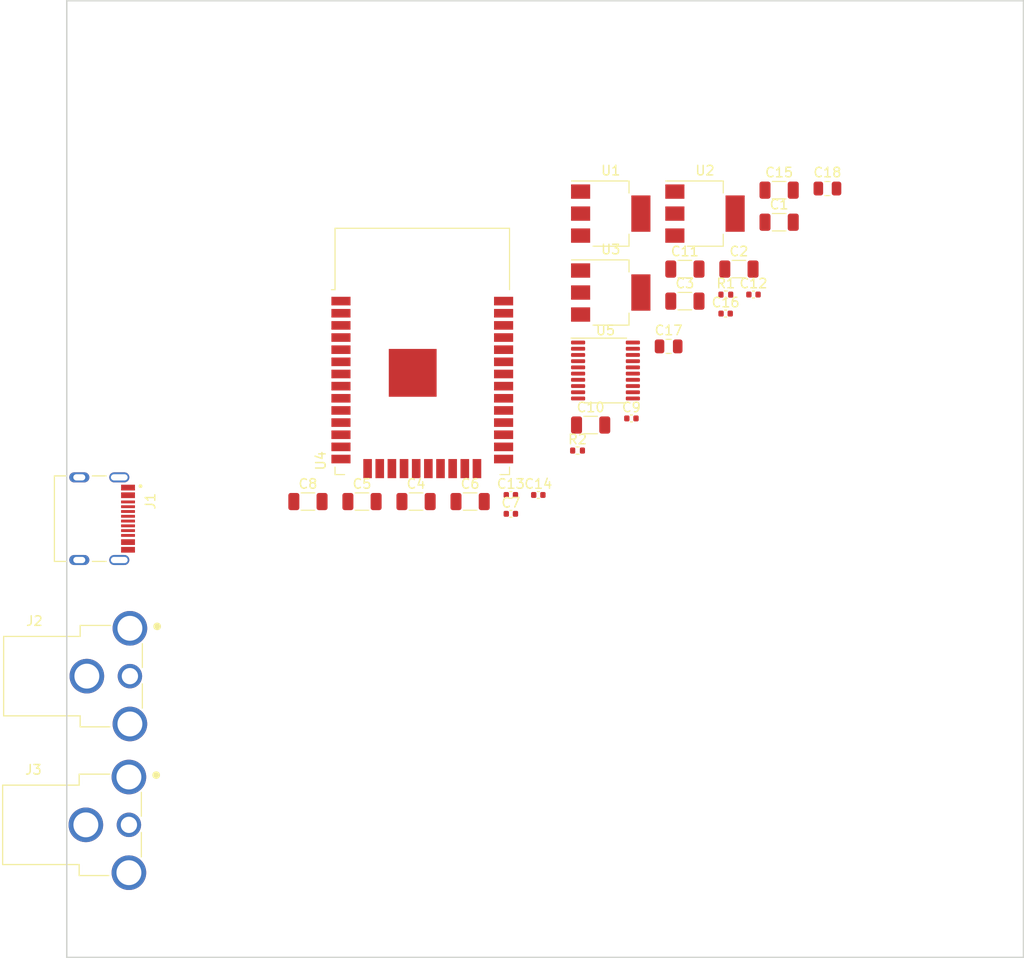
<source format=kicad_pcb>
(kicad_pcb (version 20211014) (generator pcbnew)
  (layers (0 "F.Cu" signal) (31 "B.Cu" signal) (34 "B.Paste" user) (35 "F.Paste" user) (36 "B.SilkS" user "B.Silkscreen") (37 "F.SilkS" user "F.Silkscreen") (38 "B.Mask" user) (39 "F.Mask" user) (44 "Edge.Cuts" user))
  (net 0 "")
  (net 1 "+5V")
  (net 2 "GND")
  (net 3 "+3V3")
  (net 4 "+3.3VA")
  (net 5 "+3.3VP")
  (net 6 "GNDA")
  (net 7 "Net-(C13-Pad2)")
  (net 8 "Net-(C14-Pad2)")
  (net 9 "Net-(C15-Pad1)")
  (net 10 "Net-(C17-Pad2)")
  (net 11 "Net-(C18-Pad2)")
  (net 12 "OUT_L")
  (net 13 "OUT_R")
  (net 14 "Net-(U4-Pad1)")
  (net 51 "BCK")
  (net 52 "DATA")
  (net 53 "WS")
  (net 54 "SOFT_MUTE")
  (net 55 "Net-(J1-PadA1B12)")
  (net 56 "Net-(J1-PadA4B9)")
  (net 65 "Net-(J1-PadS1)")
  (footprint "Resistor_SMD:R_0402_1005Metric" (layer "F.Cu") (at 103.39 97.022)
    (fp_text reference "R2" (at 0 -1.17) (layer "F.SilkS"))
    (fp_text value "470")
    (fp_line (start -0.153641 -0.38) (end 0.153641 -0.38) (layer "F.SilkS") (width 0.12))
    (fp_line (start -0.153641 0.38) (end 0.153641 0.38) (layer "F.SilkS") (width 0.12))
    (pad "1" smd roundrect (at -0.51 0) (size 0.54 0.64) (layers "F.Cu" "F.Paste" "F.Mask") (net 11 "Net-(C18-Pad2)"))
    (pad "2" smd roundrect (at 0.51 0) (size 0.54 0.64) (layers "F.Cu" "F.Paste" "F.Mask") (net 13 "OUT_R"))
  )
  (footprint "Capacitor_SMD:C_1206_3216Metric" (layer "F.Cu") (at 124.46 69.802)
    (fp_text reference "C15" (at 0 -1.85) (layer "F.SilkS"))
    (fp_text value "10u")
    (fp_line (start -0.711252 -0.91) (end 0.711252 -0.91) (layer "F.SilkS") (width 0.12))
    (fp_line (start -0.711252 0.91) (end 0.711252 0.91) (layer "F.SilkS") (width 0.12))
    (pad "1" smd roundrect (at -1.475 0) (size 1.15 1.8) (layers "F.Cu" "F.Paste" "F.Mask") (roundrect_rratio 0.217391) (net 9 "Net-(C15-Pad1)"))
    (pad "2" smd roundrect (at 1.475 0) (size 1.15 1.8) (layers "F.Cu" "F.Paste" "F.Mask") (roundrect_rratio 0.217391) (net 2 "GND"))
  )
  (footprint "Capacitor_SMD:C_0805_2012Metric" (layer "F.Cu") (at 129.51 69.632)
    (fp_text reference "C18" (at 0 -1.68) (layer "F.SilkS"))
    (fp_text value "2.2n")
    (fp_line (start -0.261252 -0.735) (end 0.261252 -0.735) (layer "F.SilkS") (width 0.12))
    (fp_line (start -0.261252 0.735) (end 0.261252 0.735) (layer "F.SilkS") (width 0.12))
    (pad "1" smd roundrect (at -0.95 0) (size 1 1.45) (layers "F.Cu" "F.Paste" "F.Mask") (net 6 "GNDA"))
    (pad "2" smd roundrect (at 0.95 0) (size 1 1.45) (layers "F.Cu" "F.Paste" "F.Mask") (net 11 "Net-(C18-Pad2)"))
  )
  (footprint "Capacitor_SMD:C_1206_3216Metric" (layer "F.Cu") (at 114.61 78.052)
    (fp_text reference "C11" (at 0 -1.85) (layer "F.SilkS"))
    (fp_text value "10u")
    (fp_line (start -0.711252 0.91) (end 0.711252 0.91) (layer "F.SilkS") (width 0.12))
    (fp_line (start -0.711252 -0.91) (end 0.711252 -0.91) (layer "F.SilkS") (width 0.12))
    (pad "1" smd roundrect (at -1.475 0) (size 1.15 1.8) (layers "F.Cu" "F.Paste" "F.Mask") (roundrect_rratio 0.217391) (net 4 "+3.3VA"))
    (pad "2" smd roundrect (at 1.475 0) (size 1.15 1.8) (layers "F.Cu" "F.Paste" "F.Mask") (roundrect_rratio 0.217391) (net 6 "GNDA"))
  )
  (footprint "Capacitor_SMD:C_0402_1005Metric" (layer "F.Cu") (at 121.78 80.712)
    (fp_text reference "C12" (at 0 -1.16) (layer "F.SilkS"))
    (fp_text value "100n")
    (fp_line (start -0.107836 0.36) (end 0.107836 0.36) (layer "F.SilkS") (width 0.12))
    (fp_line (start -0.107836 -0.36) (end 0.107836 -0.36) (layer "F.SilkS") (width 0.12))
    (pad "1" smd roundrect (at -0.48 0) (size 0.56 0.62) (layers "F.Cu" "F.Paste" "F.Mask") (net 6 "GNDA"))
    (pad "2" smd roundrect (at 0.48 0) (size 0.56 0.62) (layers "F.Cu" "F.Paste" "F.Mask") (net 4 "+3.3VA"))
  )
  (footprint "Capacitor_SMD:C_1206_3216Metric" (layer "F.Cu") (at 92.16 102.352)
    (fp_text reference "C6" (at 0 -1.85) (layer "F.SilkS"))
    (fp_text value "10u")
    (fp_line (start -0.711252 -0.91) (end 0.711252 -0.91) (layer "F.SilkS") (width 0.12))
    (fp_line (start -0.711252 0.91) (end 0.711252 0.91) (layer "F.SilkS") (width 0.12))
    (pad "1" smd roundrect (at -1.475 0) (size 1.15 1.8) (layers "F.Cu" "F.Paste" "F.Mask") (roundrect_rratio 0.217391) (net 5 "+3.3VP"))
    (pad "2" smd roundrect (at 1.475 0) (size 1.15 1.8) (layers "F.Cu" "F.Paste" "F.Mask") (roundrect_rratio 0.217391) (net 2 "GND"))
  )
  (footprint "Capacitor_SMD:C_1206_3216Metric" (layer "F.Cu") (at 114.61 81.402)
    (fp_text reference "C3" (at 0 -1.85) (layer "F.SilkS"))
    (fp_text value "10u")
    (fp_line (start -0.711252 -0.91) (end 0.711252 -0.91) (layer "F.SilkS") (width 0.12))
    (fp_line (start -0.711252 0.91) (end 0.711252 0.91) (layer "F.SilkS") (width 0.12))
    (pad "1" smd roundrect (at -1.475 0) (size 1.15 1.8) (layers "F.Cu" "F.Paste" "F.Mask") (roundrect_rratio 0.217391) (net 1 "+5V"))
    (pad "2" smd roundrect (at 1.475 0) (size 1.15 1.8) (layers "F.Cu" "F.Paste" "F.Mask") (roundrect_rratio 0.217391) (net 2 "GND"))
  )
  (footprint "Capacitor_SMD:C_0805_2012Metric" (layer "F.Cu") (at 112.91 86.132)
    (fp_text reference "C17" (at 0 -1.68) (layer "F.SilkS"))
    (fp_text value "2.2n")
    (fp_line (start -0.261252 -0.735) (end 0.261252 -0.735) (layer "F.SilkS") (width 0.12))
    (fp_line (start -0.261252 0.735) (end 0.261252 0.735) (layer "F.SilkS") (width 0.12))
    (pad "1" smd roundrect (at -0.95 0) (size 1 1.45) (layers "F.Cu" "F.Paste" "F.Mask") (net 6 "GNDA"))
    (pad "2" smd roundrect (at 0.95 0) (size 1 1.45) (layers "F.Cu" "F.Paste" "F.Mask") (net 10 "Net-(C17-Pad2)"))
  )
  (footprint "Capacitor_SMD:C_0402_1005Metric" (layer "F.Cu") (at 109.02 93.662)
    (fp_text reference "C9" (at 0 -1.16) (layer "F.SilkS"))
    (fp_text value "100n")
    (fp_line (start -0.107836 0.36) (end 0.107836 0.36) (layer "F.SilkS") (width 0.12))
    (fp_line (start -0.107836 -0.36) (end 0.107836 -0.36) (layer "F.SilkS") (width 0.12))
    (pad "1" smd roundrect (at -0.48 0) (size 0.56 0.62) (layers "F.Cu" "F.Paste" "F.Mask") (net 3 "+3V3"))
    (pad "2" smd roundrect (at 0.48 0) (size 0.56 0.62) (layers "F.Cu" "F.Paste" "F.Mask") (net 2 "GND"))
  )
  (footprint "Capacitor_SMD:C_1206_3216Metric" (layer "F.Cu") (at 124.46 73.152)
    (fp_text reference "C1" (at 0 -1.85) (layer "F.SilkS"))
    (fp_text value "10u")
    (fp_line (start -0.711252 0.91) (end 0.711252 0.91) (layer "F.SilkS") (width 0.12))
    (fp_line (start -0.711252 -0.91) (end 0.711252 -0.91) (layer "F.SilkS") (width 0.12))
    (pad "1" smd roundrect (at -1.475 0) (size 1.15 1.8) (layers "F.Cu" "F.Paste" "F.Mask") (roundrect_rratio 0.217391) (net 1 "+5V"))
    (pad "2" smd roundrect (at 1.475 0) (size 1.15 1.8) (layers "F.Cu" "F.Paste" "F.Mask") (roundrect_rratio 0.217391) (net 2 "GND"))
  )
  (footprint "RF_Module:ESP32-WROOM-32" (layer "F.Cu") (at 87.16 89.652)
    (fp_text reference "U4" (at -10.61 8.43 90) (layer "F.SilkS"))
    (fp_text value "ESP32-WROOM-32E")
    (fp_line (start -9.12 -15.865) (end 9.12 -15.865) (layer "F.SilkS") (width 0.12))
    (fp_line (start 9.12 9.88) (end 8.12 9.88) (layer "F.SilkS") (width 0.12))
    (fp_line (start -9.12 9.1) (end -9.12 9.88) (layer "F.SilkS") (width 0.12))
    (fp_line (start -9.12 -9.445) (end -9.5 -9.445) (layer "F.SilkS") (width 0.12))
    (fp_line (start -9.12 -15.865) (end -9.12 -9.445) (layer "F.SilkS") (width 0.12))
    (fp_line (start 9.12 -15.865) (end 9.12 -9.445) (layer "F.SilkS") (width 0.12))
    (fp_line (start 9.12 9.1) (end 9.12 9.88) (layer "F.SilkS") (width 0.12))
    (fp_line (start -9.12 9.88) (end -8.12 9.88) (layer "F.SilkS") (width 0.12))
    (pad "1" smd rect (at -8.5 -8.255) (size 2 0.9) (layers "F.Cu" "F.Paste" "F.Mask") (net 14 "Net-(U4-Pad1)"))
    (pad "2" smd rect (at -8.5 -6.985) (size 2 0.9) (layers "F.Cu" "F.Paste" "F.Mask"))
    (pad "3" smd rect (at -8.5 -5.715) (size 2 0.9) (layers "F.Cu" "F.Paste" "F.Mask"))
    (pad "4" smd rect (at -8.5 -4.445) (size 2 0.9) (layers "F.Cu" "F.Paste" "F.Mask"))
    (pad "5" smd rect (at -8.5 -3.175) (size 2 0.9) (layers "F.Cu" "F.Paste" "F.Mask"))
    (pad "6" smd rect (at -8.5 -1.905) (size 2 0.9) (layers "F.Cu" "F.Paste" "F.Mask"))
    (pad "7" smd rect (at -8.5 -0.635) (size 2 0.9) (layers "F.Cu" "F.Paste" "F.Mask"))
    (pad "8" smd rect (at -8.5 0.635) (size 2 0.9) (layers "F.Cu" "F.Paste" "F.Mask"))
    (pad "9" smd rect (at -8.5 1.905) (size 2 0.9) (layers "F.Cu" "F.Paste" "F.Mask"))
    (pad "10" smd rect (at -8.5 3.175) (size 2 0.9) (layers "F.Cu" "F.Paste" "F.Mask"))
    (pad "11" smd rect (at -8.5 4.445) (size 2 0.9) (layers "F.Cu" "F.Paste" "F.Mask"))
    (pad "12" smd rect (at -8.5 5.715) (size 2 0.9) (layers "F.Cu" "F.Paste" "F.Mask"))
    (pad "13" smd rect (at -8.5 6.985) (size 2 0.9) (layers "F.Cu" "F.Paste" "F.Mask"))
    (pad "14" smd rect (at -8.5 8.255) (size 2 0.9) (layers "F.Cu" "F.Paste" "F.Mask"))
    (pad "15" smd rect (at -5.715 9.255 90) (size 2 0.9) (layers "F.Cu" "F.Paste" "F.Mask") (net 14 "Net-(U4-Pad1)"))
    (pad "16" smd rect (at -4.445 9.255 90) (size 2 0.9) (layers "F.Cu" "F.Paste" "F.Mask"))
    (pad "17" smd rect (at -3.175 9.255 90) (size 2 0.9) (layers "F.Cu" "F.Paste" "F.Mask"))
    (pad "18" smd rect (at -1.905 9.255 90) (size 2 0.9) (layers "F.Cu" "F.Paste" "F.Mask"))
    (pad "19" smd rect (at -0.635 9.255 90) (size 2 0.9) (layers "F.Cu" "F.Paste" "F.Mask"))
    (pad "20" smd rect (at 0.635 9.255 90) (size 2 0.9) (layers "F.Cu" "F.Paste" "F.Mask"))
    (pad "21" smd rect (at 1.905 9.255 90) (size 2 0.9) (layers "F.Cu" "F.Paste" "F.Mask"))
    (pad "22" smd rect (at 3.175 9.255 90) (size 2 0.9) (layers "F.Cu" "F.Paste" "F.Mask"))
    (pad "23" smd rect (at 4.445 9.255 90) (size 2 0.9) (layers "F.Cu" "F.Paste" "F.Mask"))
    (pad "24" smd rect (at 5.715 9.255 90) (size 2 0.9) (layers "F.Cu" "F.Paste" "F.Mask"))
    (pad "25" smd rect (at 8.5 8.255) (size 2 0.9) (layers "F.Cu" "F.Paste" "F.Mask"))
    (pad "26" smd rect (at 8.5 6.985) (size 2 0.9) (layers "F.Cu" "F.Paste" "F.Mask"))
    (pad "27" smd rect (at 8.5 5.715) (size 2 0.9) (layers "F.Cu" "F.Paste" "F.Mask"))
    (pad "28" smd rect (at 8.5 4.445) (size 2 0.9) (layers "F.Cu" "F.Paste" "F.Mask"))
    (pad "29" smd rect (at 8.5 3.175) (size 2 0.9) (layers "F.Cu" "F.Paste" "F.Mask"))
    (pad "30" smd rect (at 8.5 1.905) (size 2 0.9) (layers "F.Cu" "F.Paste" "F.Mask"))
    (pad "31" smd rect (at 8.5 0.635) (size 2 0.9) (layers "F.Cu" "F.Paste" "F.Mask"))
    (pad "32" smd rect (at 8.5 -0.635) (size 2 0.9) (layers "F.Cu" "F.Paste" "F.Mask"))
    (pad "33" smd rect (at 8.5 -1.905) (size 2 0.9) (layers "F.Cu" "F.Paste" "F.Mask"))
    (pad "34" smd rect (at 8.5 -3.175) (size 2 0.9) (layers "F.Cu" "F.Paste" "F.Mask"))
    (pad "35" smd rect (at 8.5 -4.445) (size 2 0.9) (layers "F.Cu" "F.Paste" "F.Mask"))
    (pad "36" smd rect (at 8.5 -5.715) (size 2 0.9) (layers "F.Cu" "F.Paste" "F.Mask"))
    (pad "37" smd rect (at 8.5 -6.985) (size 2 0.9) (layers "F.Cu" "F.Paste" "F.Mask"))
    (pad "38" smd rect (at 8.5 -8.255) (size 2 0.9) (layers "F.Cu" "F.Paste" "F.Mask") (net 14 "Net-(U4-Pad1)"))
    (pad "39" smd rect (at -1 -0.755) (size 5 5) (layers "F.Cu" "F.Paste" "F.Mask") (net 14 "Net-(U4-Pad1)"))
  )
  (footprint "Capacitor_SMD:C_0402_1005Metric" (layer "F.Cu") (at 118.87 82.702)
    (fp_text reference "C16" (at 0 -1.16) (layer "F.SilkS"))
    (fp_text value "100n")
    (fp_line (start -0.107836 0.36) (end 0.107836 0.36) (layer "F.SilkS") (width 0.12))
    (fp_line (start -0.107836 -0.36) (end 0.107836 -0.36) (layer "F.SilkS") (width 0.12))
    (pad "1" smd roundrect (at -0.48 0) (size 0.56 0.62) (layers "F.Cu" "F.Paste" "F.Mask") (net 2 "GND"))
    (pad "2" smd roundrect (at 0.48 0) (size 0.56 0.62) (layers "F.Cu" "F.Paste" "F.Mask") (net 9 "Net-(C15-Pad1)"))
  )
  (footprint "Resistor_SMD:R_0402_1005Metric" (layer "F.Cu") (at 118.89 80.722)
    (fp_text reference "R1" (at 0 -1.17) (layer "F.SilkS"))
    (fp_text value "470")
    (fp_line (start -0.153641 0.38) (end 0.153641 0.38) (layer "F.SilkS") (width 0.12))
    (fp_line (start -0.153641 -0.38) (end 0.153641 -0.38) (layer "F.SilkS") (width 0.12))
    (pad "1" smd roundrect (at -0.51 0) (size 0.54 0.64) (layers "F.Cu" "F.Paste" "F.Mask") (net 10 "Net-(C17-Pad2)"))
    (pad "2" smd roundrect (at 0.51 0) (size 0.54 0.64) (layers "F.Cu" "F.Paste" "F.Mask") (net 12 "OUT_L"))
  )
  (footprint "Package_TO_SOT_SMD:SOT-223-3_TabPin2" (layer "F.Cu") (at 106.86 80.502)
    (fp_text reference "U3" (at 0 -4.5) (layer "F.SilkS"))
    (fp_text value "AMS1117-3.3")
    (fp_line (start -1.85 3.41) (end 1.91 3.41) (layer "F.SilkS") (width 0.12))
    (fp_line (start -4.1 -3.41) (end 1.91 -3.41) (layer "F.SilkS") (width 0.12))
    (fp_line (start 1.91 -3.41) (end 1.91 -2.15) (layer "F.SilkS") (width 0.12))
    (fp_line (start 1.91 3.41) (end 1.91 2.15) (layer "F.SilkS") (width 0.12))
    (pad "1" smd rect (at -3.15 -2.3) (size 2 1.5) (layers "F.Cu" "F.Paste" "F.Mask") (net 2 "GND"))
    (pad "2" smd rect (at 3.15 0) (size 2 3.8) (layers "F.Cu" "F.Paste" "F.Mask") (net 5 "+3.3VP"))
    (pad "2" smd rect (at -3.15 0) (size 2 1.5) (layers "F.Cu" "F.Paste" "F.Mask") (net 5 "+3.3VP"))
    (pad "3" smd rect (at -3.15 2.3) (size 2 1.5) (layers "F.Cu" "F.Paste" "F.Mask") (net 1 "+5V"))
  )
  (footprint "Capacitor_SMD:C_1206_3216Metric" (layer "F.Cu") (at 120.26 78.052)
    (fp_text reference "C2" (at 0 -1.85) (layer "F.SilkS"))
    (fp_text value "10u")
    (fp_line (start -0.711252 0.91) (end 0.711252 0.91) (layer "F.SilkS") (width 0.12))
    (fp_line (start -0.711252 -0.91) (end 0.711252 -0.91) (layer "F.SilkS") (width 0.12))
    (pad "1" smd roundrect (at -1.475 0) (size 1.15 1.8) (layers "F.Cu" "F.Paste" "F.Mask") (roundrect_rratio 0.217391) (net 1 "+5V"))
    (pad "2" smd roundrect (at 1.475 0) (size 1.15 1.8) (layers "F.Cu" "F.Paste" "F.Mask") (roundrect_rratio 0.217391) (net 2 "GND"))
  )
  (footprint "Capacitor_SMD:C_0402_1005Metric" (layer "F.Cu") (at 96.42 103.632)
    (fp_text reference "C7" (at 0 -1.16) (layer "F.SilkS"))
    (fp_text value "100n")
    (fp_line (start -0.107836 -0.36) (end 0.107836 -0.36) (layer "F.SilkS") (width 0.12))
    (fp_line (start -0.107836 0.36) (end 0.107836 0.36) (layer "F.SilkS") (width 0.12))
    (pad "1" smd roundrect (at -0.48 0) (size 0.56 0.62) (layers "F.Cu" "F.Paste" "F.Mask") (net 6 "GNDA"))
    (pad "2" smd roundrect (at 0.48 0) (size 0.56 0.62) (layers "F.Cu" "F.Paste" "F.Mask") (net 5 "+3.3VP"))
  )
  (footprint "Capacitor_SMD:C_1206_3216Metric" (layer "F.Cu") (at 80.86 102.352)
    (fp_text reference "C5" (at 0 -1.85) (layer "F.SilkS"))
    (fp_text value "10u")
    (fp_line (start -0.711252 -0.91) (end 0.711252 -0.91) (layer "F.SilkS") (width 0.12))
    (fp_line (start -0.711252 0.91) (end 0.711252 0.91) (layer "F.SilkS") (width 0.12))
    (pad "1" smd roundrect (at -1.475 0) (size 1.15 1.8) (layers "F.Cu" "F.Paste" "F.Mask") (roundrect_rratio 0.217391) (net 4 "+3.3VA"))
    (pad "2" smd roundrect (at 1.475 0) (size 1.15 1.8) (layers "F.Cu" "F.Paste" "F.Mask") (roundrect_rratio 0.217391) (net 2 "GND"))
  )
  (footprint "Capacitor_SMD:C_0402_1005Metric" (layer "F.Cu") (at 99.29 101.662)
    (fp_text reference "C14" (at 0 -1.16) (layer "F.SilkS"))
    (fp_text value "2.2u")
    (fp_line (start -0.107836 -0.36) (end 0.107836 -0.36) (layer "F.SilkS") (width 0.12))
    (fp_line (start -0.107836 0.36) (end 0.107836 0.36) (layer "F.SilkS") (width 0.12))
    (pad "1" smd roundrect (at -0.48 0) (size 0.56 0.62) (layers "F.Cu" "F.Paste" "F.Mask") (net 6 "GNDA"))
    (pad "2" smd roundrect (at 0.48 0) (size 0.56 0.62) (layers "F.Cu" "F.Paste" "F.Mask") (net 8 "Net-(C14-Pad2)"))
  )
  (footprint "Package_TO_SOT_SMD:SOT-223-3_TabPin2" (layer "F.Cu") (at 116.71 72.252)
    (fp_text reference "U2" (at 0 -4.5) (layer "F.SilkS"))
    (fp_text value "AMS1117-3.3")
    (fp_line (start -4.1 -3.41) (end 1.91 -3.41) (layer "F.SilkS") (width 0.12))
    (fp_line (start 1.91 3.41) (end 1.91 2.15) (layer "F.SilkS") (width 0.12))
    (fp_line (start 1.91 -3.41) (end 1.91 -2.15) (layer "F.SilkS") (width 0.12))
    (fp_line (start -1.85 3.41) (end 1.91 3.41) (layer "F.SilkS") (width 0.12))
    (pad "1" smd rect (at -3.15 -2.3) (size 2 1.5) (layers "F.Cu" "F.Paste" "F.Mask") (net 2 "GND"))
    (pad "2" smd rect (at -3.15 0) (size 2 1.5) (layers "F.Cu" "F.Paste" "F.Mask") (net 4 "+3.3VA"))
    (pad "2" smd rect (at 3.15 0) (size 2 3.8) (layers "F.Cu" "F.Paste" "F.Mask") (net 4 "+3.3VA"))
    (pad "3" smd rect (at -3.15 2.3) (size 2 1.5) (layers "F.Cu" "F.Paste" "F.Mask") (net 1 "+5V"))
  )
  (footprint "Capacitor_SMD:C_1206_3216Metric" (layer "F.Cu") (at 86.51 102.352)
    (fp_text reference "C4" (at 0 -1.85) (layer "F.SilkS"))
    (fp_text value "10u")
    (fp_line (start -0.711252 0.91) (end 0.711252 0.91) (layer "F.SilkS") (width 0.12))
    (fp_line (start -0.711252 -0.91) (end 0.711252 -0.91) (layer "F.SilkS") (width 0.12))
    (pad "1" smd roundrect (at -1.475 0) (size 1.15 1.8) (layers "F.Cu" "F.Paste" "F.Mask") (roundrect_rratio 0.217391) (net 3 "+3V3"))
    (pad "2" smd roundrect (at 1.475 0) (size 1.15 1.8) (layers "F.Cu" "F.Paste" "F.Mask") (roundrect_rratio 0.217391) (net 2 "GND"))
  )
  (footprint "Capacitor_SMD:C_0402_1005Metric" (layer "F.Cu") (at 96.42 101.662)
    (fp_text reference "C13" (at 0 -1.16) (layer "F.SilkS"))
    (fp_text value "2.2u")
    (fp_line (start -0.107836 0.36) (end 0.107836 0.36) (layer "F.SilkS") (width 0.12))
    (fp_line (start -0.107836 -0.36) (end 0.107836 -0.36) (layer "F.SilkS") (width 0.12))
    (pad "1" smd roundrect (at -0.48 0) (size 0.56 0.62) (layers "F.Cu" "F.Paste" "F.Mask") (net 6 "GNDA"))
    (pad "2" smd roundrect (at 0.48 0) (size 0.56 0.62) (layers "F.Cu" "F.Paste" "F.Mask") (net 7 "Net-(C13-Pad2)"))
  )
  (footprint "Package_TO_SOT_SMD:SOT-223-3_TabPin2" (layer "F.Cu") (at 106.86 72.252)
    (fp_text reference "U1" (at 0 -4.5) (layer "F.SilkS"))
    (fp_text value "AMS1117-3.3")
    (fp_line (start 1.91 3.41) (end 1.91 2.15) (layer "F.SilkS") (width 0.12))
    (fp_line (start 1.91 -3.41) (end 1.91 -2.15) (layer "F.SilkS") (width 0.12))
    (fp_line (start -1.85 3.41) (end 1.91 3.41) (layer "F.SilkS") (width 0.12))
    (fp_line (start -4.1 -3.41) (end 1.91 -3.41) (layer "F.SilkS") (width 0.12))
    (pad "1" smd rect (at -3.15 -2.3) (size 2 1.5) (layers "F.Cu" "F.Paste" "F.Mask") (net 2 "GND"))
    (pad "2" smd rect (at 3.15 0) (size 2 3.8) (layers "F.Cu" "F.Paste" "F.Mask") (net 3 "+3V3"))
    (pad "2" smd rect (at -3.15 0) (size 2 1.5) (layers "F.Cu" "F.Paste" "F.Mask") (net 3 "+3V3"))
    (pad "3" smd rect (at -3.15 2.3) (size 2 1.5) (layers "F.Cu" "F.Paste" "F.Mask") (net 1 "+5V"))
  )
  (footprint "Capacitor_SMD:C_1206_3216Metric" (layer "F.Cu") (at 75.21 102.352)
    (fp_text reference "C8" (at 0 -1.85) (layer "F.SilkS"))
    (fp_text value "10u")
    (fp_line (start -0.711252 0.91) (end 0.711252 0.91) (layer "F.SilkS") (width 0.12))
    (fp_line (start -0.711252 -0.91) (end 0.711252 -0.91) (layer "F.SilkS") (width 0.12))
    (pad "1" smd roundrect (at -1.475 0) (size 1.15 1.8) (layers "F.Cu" "F.Paste" "F.Mask") (roundrect_rratio 0.217391) (net 5 "+3.3VP"))
    (pad "2" smd roundrect (at 1.475 0) (size 1.15 1.8) (layers "F.Cu" "F.Paste" "F.Mask") (roundrect_rratio 0.217391) (net 6 "GNDA"))
  )
  (footprint "RCJ-013:CUI_RCJ-013" (layer "F.Cu") (at 50.546 136.144)
    (fp_text reference "J3" (at -4.03065 -5.76308) (layer "F.SilkS") (effects (font (size 1.001402 1.001402))))
    (fp_text value "Right")
    (fp_line (start 0.75 5.3) (end 3.85 5.3) (layer "F.SilkS") (width 0.127))
    (fp_line (start 0.75 -5.3) (end 0.75 -4.15) (layer "F.SilkS") (width 0.127))
    (fp_line (start 0.75 -4.15) (end -7.25 -4.15) (layer "F.SilkS") (width 0.127))
    (fp_line (start -7.25 4.15) (end 0.75 4.15) (layer "F.SilkS") (width 0.127))
    (fp_line (start 7.25 -0.9) (end 7.25 -3.4) (layer "F.SilkS") (width 0.127))
    (fp_line (start 0.75 4.15) (end 0.75 5.3) (layer "F.SilkS") (width 0.127))
    (fp_line (start -7.25 -4.15) (end -7.25 4.15) (layer "F.SilkS") (width 0.127))
    (fp_line (start 3.95 -5.3) (end 0.75 -5.3) (layer "F.SilkS") (width 0.127))
    (fp_line (start 7.25 3.35) (end 7.25 0.8) (layer "F.SilkS") (width 0.127))
    (fp_circle (center 8.8 -5.2) (end 9 -5.2) (layer "F.SilkS") (width 0.4) (fill none))
    (pad "1A" thru_hole circle locked (at 5.95 -5) (size 3.616 3.616) (drill 2.6) (layers *.Cu *.Mask) (net 6 "GNDA"))
    (pad "1B" thru_hole circle locked (at 5.95 5) (size 3.616 3.616) (drill 2.6) (layers *.Cu *.Mask) (net 6 "GNDA"))
    (pad "1C" thru_hole circle locked (at 1.45 0) (size 3.616 3.616) (drill 2.6) (layers *.Cu *.Mask) (net 6 "GNDA"))
    (pad "2" thru_hole circle locked (at 5.95 0) (size 2.55 2.55) (drill 1.7) (layers *.Cu *.Mask) (net 13 "OUT_R"))
  )
  (footprint "31-M-12:HRO_TYPE-C-31-M-12" (layer "F.Cu") (at 51.308 104.14 -90)
    (fp_text reference "J1" (at -1.825 -7.435 90) (layer "F.SilkS"))
    (fp_text value "USB-C")
    (fp_line (start 4.47 -2.81) (end 4.47 -1.37) (layer "F.SilkS") (width 0.127))
    (fp_line (start 4.47 2.6) (end -4.47 2.6) (layer "F.SilkS") (width 0.127))
    (fp_line (start 4.47 1.37) (end 4.47 2.6) (layer "F.SilkS") (width 0.127))
    (fp_line (start -4.47 2.6) (end -4.47 1.37) (layer "F.SilkS") (width 0.127))
    (fp_line (start -4.47 -2.81) (end -4.47 -1.37) (layer "F.SilkS") (width 0.127))
    (fp_circle (center -3.4 -6.4) (end -3.3 -6.4) (layer "F.SilkS") (width 0.2) (fill none))
    (pad "" np_thru_hole circle locked (at -2.89 -3.65 270) (size 0.7 0.7) (drill 0.7) (layers *.Cu *.Mask))
    (pad "" np_thru_hole circle locked (at 2.89 -3.65 270) (size 0.7 0.7) (drill 0.7) (layers *.Cu *.Mask))
    (pad "A1B12" smd rect locked (at -3.25 -5.095 270) (size 0.6 1.45) (layers "F.Cu" "F.Paste" "F.Mask") (net 55 "Net-(J1-PadA1B12)"))
    (pad "A4B9" smd rect locked (at -2.45 -5.095 270) (size 0.6 1.45) (layers "F.Cu" "F.Paste" "F.Mask") (net 56 "Net-(J1-PadA4B9)"))
    (pad "A5" smd rect locked (at -1.25 -5.095 270) (size 0.3 1.45) (layers "F.Cu" "F.Paste" "F.Mask"))
    (pad "A6" smd rect locked (at -0.25 -5.095 270) (size 0.3 1.45) (layers "F.Cu" "F.Paste" "F.Mask"))
    (pad "A7" smd rect locked (at 0.25 -5.095 270) (size 0.3 1.45) (layers "F.Cu" "F.Paste" "F.Mask"))
    (pad "A8" smd rect locked (at 1.25 -5.095 270) (size 0.3 1.45) (layers "F.Cu" "F.Paste" "F.Mask"))
    (pad "B1A12" smd rect locked (at 3.25 -5.095 270) (size 0.6 1.45) (layers "F.Cu" "F.Paste" "F.Mask") (net 55 "Net-(J1-PadA1B12)"))
    (pad "B4A9" smd rect locked (at 2.45 -5.095 270) (size 0.6 1.45) (layers "F.Cu" "F.Paste" "F.Mask") (net 56 "Net-(J1-PadA4B9)"))
    (pad "B5" smd rect locked (at 1.75 -5.095 270) (size 0.3 1.45) (layers "F.Cu" "F.Paste" "F.Mask"))
    (pad "B6" smd rect locked (at 0.75 -5.095 270) (size 0.3 1.45) (layers "F.Cu" "F.Paste" "F.Mask"))
    (pad "B7" smd rect locked (at -0.75 -5.095 270) (size 0.3 1.45) (layers "F.Cu" "F.Paste" "F.Mask"))
    (pad "B8" smd rect locked (at -1.75 -5.095 270) (size 0.3 1.45) (layers "F.Cu" "F.Paste" "F.Mask"))
    (pad "S1" thru_hole oval locked (at -4.32 -4.18 270) (size 1.05 2.1) (drill oval 0.65 1.75) (layers *.Cu *.Mask) (net 65 "Net-(J1-PadS1)"))
    (pad "S2" thru_hole oval locked (at 4.32 -4.18 270) (size 1.05 2.1) (drill oval 0.65 1.75) (layers *.Cu *.Mask) (net 65 "Net-(J1-PadS1)"))
    (pad "S3" thru_hole oval locked (at -4.32 0 270) (size 1.05 2.1) (drill oval 0.65 1.25) (layers *.Cu *.Mask) (net 65 "Net-(J1-PadS1)"))
    (pad "S4" thru_hole oval locked (at 4.32 0 270) (size 1.05 2.1) (drill oval 0.65 1.25) (layers *.Cu *.Mask) (net 65 "Net-(J1-PadS1)"))
  )
  (footprint "Package_SO:TSSOP-20_4.4x6.5mm_P0.65mm" (layer "F.Cu") (at 106.31 88.652)
    (fp_text reference "U5" (at 0 -4.2) (layer "F.SilkS"))
    (fp_text value "PCM5102A")
    (fp_line (start 0 3.385) (end -2.2 3.385) (layer "F.SilkS") (width 0.12))
    (fp_line (start 0 -3.385) (end 2.2 -3.385) (layer "F.SilkS") (width 0.12))
    (fp_line (start 0 -3.385) (end -3.6 -3.385) (layer "F.SilkS") (width 0.12))
    (fp_line (start 0 3.385) (end 2.2 3.385) (layer "F.SilkS") (width 0.12))
    (pad "1" smd roundrect (at -2.8625 -2.925) (size 1.475 0.4) (layers "F.Cu" "F.Paste" "F.Mask") (net 5 "+3.3VP"))
    (pad "2" smd roundrect (at -2.8625 -2.275) (size 1.475 0.4) (layers "F.Cu" "F.Paste" "F.Mask") (net 6 "GNDA"))
    (pad "3" smd roundrect (at -2.8625 -1.625) (size 1.475 0.4) (layers "F.Cu" "F.Paste" "F.Mask") (net 6 "GNDA"))
    (pad "4" smd roundrect (at -2.8625 -0.975) (size 1.475 0.4) (layers "F.Cu" "F.Paste" "F.Mask") (net 8 "Net-(C14-Pad2)"))
    (pad "5" smd roundrect (at -2.8625 -0.325) (size 1.475 0.4) (layers "F.Cu" "F.Paste" "F.Mask") (net 7 "Net-(C13-Pad2)"))
    (pad "6" smd roundrect (at -2.8625 0.325) (size 1.475 0.4) (layers "F.Cu" "F.Paste" "F.Mask") (net 10 "Net-(C17-Pad2)"))
    (pad "7" smd roundrect (at -2.8625 0.975) (size 1.475 0.4) (layers "F.Cu" "F.Paste" "F.Mask") (net 11 "Net-(C18-Pad2)"))
    (pad "8" smd roundrect (at -2.8625 1.625) (size 1.475 0.4) (layers "F.Cu" "F.Paste" "F.Mask") (net 4 "+3.3VA"))
    (pad "9" smd roundrect (at -2.8625 2.275) (size 1.475 0.4) (layers "F.Cu" "F.Paste" "F.Mask") (net 6 "GNDA"))
    (pad "10" smd roundrect (at -2.8625 2.925) (size 1.475 0.4) (layers "F.Cu" "F.Paste" "F.Mask") (net 2 "GND"))
    (pad "11" smd roundrect (at 2.8625 2.925) (size 1.475 0.4) (layers "F.Cu" "F.Paste" "F.Mask") (net 2 "GND"))
    (pad "12" smd roundrect (at 2.8625 2.275) (size 1.475 0.4) (layers "F.Cu" "F.Paste" "F.Mask"))
    (pad "13" smd roundrect (at 2.8625 1.625) (size 1.475 0.4) (layers "F.Cu" "F.Paste" "F.Mask") (net 51 "BCK"))
    (pad "14" smd roundrect (at 2.8625 0.975) (size 1.475 0.4) (layers "F.Cu" "F.Paste" "F.Mask") (net 52 "DATA"))
    (pad "15" smd roundrect (at 2.8625 0.325) (size 1.475 0.4) (layers "F.Cu" "F.Paste" "F.Mask") (net 53 "WS"))
    (pad "16" smd roundrect (at 2.8625 -0.325) (size 1.475 0.4) (layers "F.Cu" "F.Paste" "F.Mask") (net 2 "GND"))
    (pad "17" smd roundrect (at 2.8625 -0.975) (size 1.475 0.4) (layers "F.Cu" "F.Paste" "F.Mask") (net 54 "SOFT_MUTE"))
    (pad "18" smd roundrect (at 2.8625 -1.625) (size 1.475 0.4) (layers "F.Cu" "F.Paste" "F.Mask") (net 9 "Net-(C15-Pad1)"))
    (pad "19" smd roundrect (at 2.8625 -2.275) (size 1.475 0.4) (layers "F.Cu" "F.Paste" "F.Mask") (net 2 "GND"))
    (pad "20" smd roundrect (at 2.8625 -2.925) (size 1.475 0.4) (layers "F.Cu" "F.Paste" "F.Mask") (net 3 "+3V3"))
  )
  (footprint "Capacitor_SMD:C_1206_3216Metric" (layer "F.Cu") (at 104.76 94.352)
    (fp_text reference "C10" (at 0 -1.85) (layer "F.SilkS"))
    (fp_text value "10u")
    (fp_line (start -0.711252 0.91) (end 0.711252 0.91) (layer "F.SilkS") (width 0.12))
    (fp_line (start -0.711252 -0.91) (end 0.711252 -0.91) (layer "F.SilkS") (width 0.12))
    (pad "1" smd roundrect (at -1.475 0) (size 1.15 1.8) (layers "F.Cu" "F.Paste" "F.Mask") (roundrect_rratio 0.217391) (net 3 "+3V3"))
    (pad "2" smd roundrect (at 1.475 0) (size 1.15 1.8) (layers "F.Cu" "F.Paste" "F.Mask") (roundrect_rratio 0.217391) (net 2 "GND"))
  )
  (footprint "RCJ-013:CUI_RCJ-013" (layer "F.Cu") (at 50.6505 120.6)
    (fp_text reference "J2" (at -4.03065 -5.76308) (layer "F.SilkS") (effects (font (size 1.001402 1.001402))))
    (fp_text value "Left")
    (fp_line (start -7.25 4.15) (end 0.75 4.15) (layer "F.SilkS") (width 0.127))
    (fp_line (start 3.95 -5.3) (end 0.75 -5.3) (layer "F.SilkS") (width 0.127))
    (fp_line (start 7.25 3.35) (end 7.25 0.8) (layer "F.SilkS") (width 0.127))
    (fp_line (start -7.25 -4.15) (end -7.25 4.15) (layer "F.SilkS") (width 0.127))
    (fp_line (start 0.75 5.3) (end 3.85 5.3) (layer "F.SilkS") (width 0.127))
    (fp_line (start 0.75 -4.15) (end -7.25 -4.15) (layer "F.SilkS") (width 0.127))
    (fp_line (start 0.75 -5.3) (end 0.75 -4.15) (layer "F.SilkS") (width 0.127))
    (fp_line (start 0.75 4.15) (end 0.75 5.3) (layer "F.SilkS") (width 0.127))
    (fp_line (start 7.25 -0.9) (end 7.25 -3.4) (layer "F.SilkS") (width 0.127))
    (fp_circle (center 8.8 -5.2) (end 9 -5.2) (layer "F.SilkS") (width 0.4) (fill none))
    (pad "1A" thru_hole circle locked (at 5.95 -5) (size 3.616 3.616) (drill 2.6) (layers *.Cu *.Mask) (net 6 "GNDA"))
    (pad "1B" thru_hole circle locked (at 5.95 5) (size 3.616 3.616) (drill 2.6) (layers *.Cu *.Mask) (net 6 "GNDA"))
    (pad "1C" thru_hole circle locked (at 1.45 0) (size 3.616 3.616) (drill 2.6) (layers *.Cu *.Mask) (net 6 "GNDA"))
    (pad "2" thru_hole circle locked (at 5.95 0) (size 2.55 2.55) (drill 1.7) (layers *.Cu *.Mask) (net 12 "OUT_L"))
  )
  (gr_line (start 150 50) (end 50 50) (layer "Edge.Cuts") (width 0.15))
  (gr_line (start 150 150) (end 150 50) (layer "Edge.Cuts") (width 0.15))
  (gr_line (start 50 150) (end 150 150) (layer "Edge.Cuts") (width 0.15))
  (gr_line (start 50 50) (end 50 150) (layer "Edge.Cuts") (width 0.15))
)
</source>
